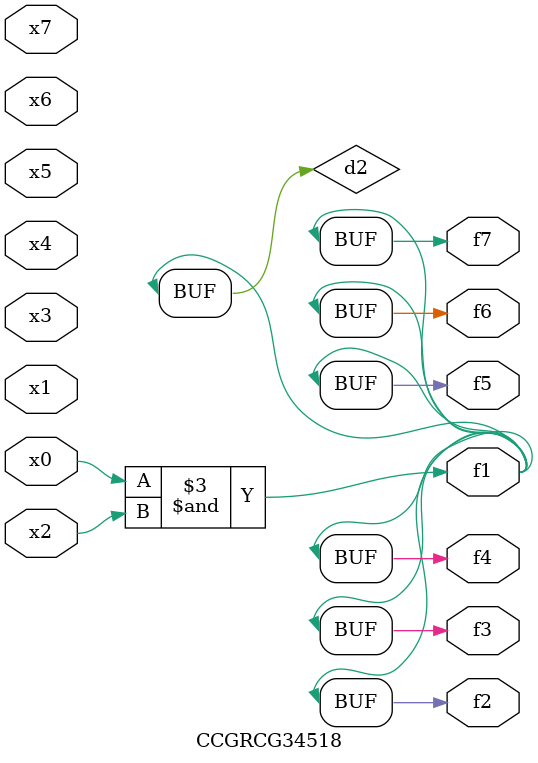
<source format=v>
module CCGRCG34518(
	input x0, x1, x2, x3, x4, x5, x6, x7,
	output f1, f2, f3, f4, f5, f6, f7
);

	wire d1, d2;

	nor (d1, x3, x6);
	and (d2, x0, x2);
	assign f1 = d2;
	assign f2 = d2;
	assign f3 = d2;
	assign f4 = d2;
	assign f5 = d2;
	assign f6 = d2;
	assign f7 = d2;
endmodule

</source>
